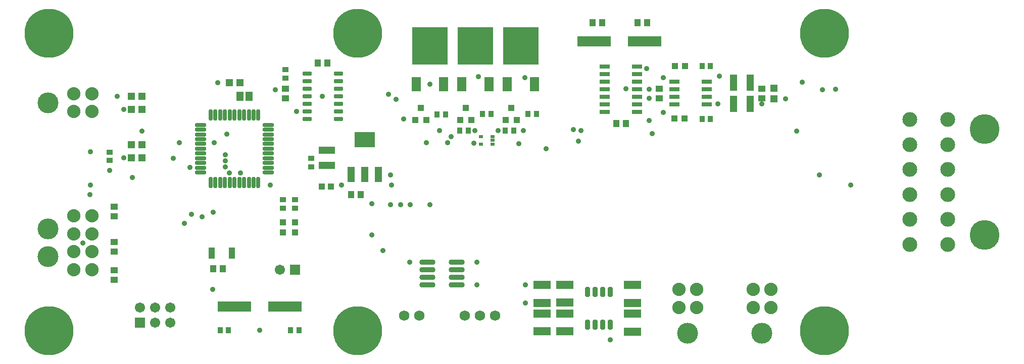
<source format=gts>
G04*
G04 #@! TF.GenerationSoftware,Altium Limited,Altium Designer,19.0.15 (446)*
G04*
G04 Layer_Color=8388736*
%FSLAX25Y25*%
%MOIN*%
G70*
G01*
G75*
%ADD23R,0.04343X0.04737*%
%ADD24R,0.04343X0.03556*%
%ADD25R,0.03937X0.03937*%
G04:AMPARAMS|DCode=26|XSize=29.65mil|YSize=57.21mil|CornerRadius=5.95mil|HoleSize=0mil|Usage=FLASHONLY|Rotation=90.000|XOffset=0mil|YOffset=0mil|HoleType=Round|Shape=RoundedRectangle|*
%AMROUNDEDRECTD26*
21,1,0.02965,0.04532,0,0,90.0*
21,1,0.01776,0.05721,0,0,90.0*
1,1,0.01190,0.02266,0.00888*
1,1,0.01190,0.02266,-0.00888*
1,1,0.01190,-0.02266,-0.00888*
1,1,0.01190,-0.02266,0.00888*
%
%ADD26ROUNDEDRECTD26*%
%ADD27R,0.04737X0.04343*%
%ADD28R,0.04540X0.11036*%
%ADD29R,0.11430X0.05328*%
%ADD30R,0.04737X0.10249*%
%ADD31R,0.13792X0.10249*%
%ADD32R,0.11036X0.05131*%
%ADD33R,0.03950X0.03950*%
%ADD34R,0.05131X0.05131*%
%ADD35R,0.22453X0.06706*%
%ADD36R,0.02769X0.02375*%
%ADD37O,0.10642X0.03556*%
G04:AMPARAMS|DCode=38|XSize=31.62mil|YSize=65.09mil|CornerRadius=6.01mil|HoleSize=0mil|Usage=FLASHONLY|Rotation=180.000|XOffset=0mil|YOffset=0mil|HoleType=Round|Shape=RoundedRectangle|*
%AMROUNDEDRECTD38*
21,1,0.03162,0.05307,0,0,180.0*
21,1,0.01961,0.06509,0,0,180.0*
1,1,0.01202,-0.00980,0.02653*
1,1,0.01202,0.00980,0.02653*
1,1,0.01202,0.00980,-0.02653*
1,1,0.01202,-0.00980,-0.02653*
%
%ADD38ROUNDEDRECTD38*%
%ADD39R,0.03556X0.04343*%
%ADD40R,0.06300X0.09800*%
%ADD41R,0.23202X0.25131*%
%ADD42R,0.03950X0.04343*%
%ADD43R,0.05131X0.05131*%
%ADD44O,0.07690X0.02965*%
%ADD45O,0.02965X0.07690*%
%ADD46R,0.03950X0.07493*%
%ADD47R,0.04698X0.06272*%
%ADD48R,0.22453X0.06706*%
%ADD49R,0.06902X0.03162*%
%ADD50R,0.06706X0.03162*%
%ADD51R,0.03937X0.03937*%
%ADD52C,0.13811*%
%ADD53C,0.08800*%
%ADD54C,0.06800*%
%ADD55C,0.19685*%
%ADD56C,0.09800*%
%ADD57R,0.06706X0.06706*%
%ADD58C,0.06706*%
%ADD59C,0.32300*%
%ADD60C,0.03556*%
D23*
X203835Y201500D02*
D03*
X197535D02*
D03*
X219535Y114500D02*
D03*
X225835D02*
D03*
X134835Y65523D02*
D03*
X128535D02*
D03*
X400835Y161500D02*
D03*
X394535D02*
D03*
X408535Y228311D02*
D03*
X414835D02*
D03*
X379035D02*
D03*
X385335D02*
D03*
D24*
X182685Y111256D02*
D03*
Y105744D02*
D03*
X174685Y111256D02*
D03*
Y105744D02*
D03*
X176185Y191744D02*
D03*
Y197256D02*
D03*
X193185Y133000D02*
D03*
Y138512D02*
D03*
X60185Y142756D02*
D03*
Y137244D02*
D03*
D25*
X182685Y96346D02*
D03*
Y89653D02*
D03*
X174685Y96346D02*
D03*
Y89653D02*
D03*
D26*
X211185Y164500D02*
D03*
Y169500D02*
D03*
Y174500D02*
D03*
Y179500D02*
D03*
Y184500D02*
D03*
Y189500D02*
D03*
Y194500D02*
D03*
X190516Y164500D02*
D03*
Y169500D02*
D03*
Y174500D02*
D03*
Y179500D02*
D03*
Y184500D02*
D03*
Y189500D02*
D03*
Y194500D02*
D03*
D27*
X176185Y178350D02*
D03*
Y184650D02*
D03*
X490492Y184650D02*
D03*
Y178350D02*
D03*
X63185Y83150D02*
D03*
Y76850D02*
D03*
Y64650D02*
D03*
Y58350D02*
D03*
Y100350D02*
D03*
Y106650D02*
D03*
X422992Y184650D02*
D03*
Y178350D02*
D03*
D28*
X483004Y174500D02*
D03*
X471980D02*
D03*
X483004Y188500D02*
D03*
X471980D02*
D03*
D29*
X345685Y43095D02*
D03*
Y54905D02*
D03*
X360531Y43126D02*
D03*
Y54937D02*
D03*
Y24126D02*
D03*
Y35937D02*
D03*
X405185Y43095D02*
D03*
Y54905D02*
D03*
Y24094D02*
D03*
Y35906D02*
D03*
X345685Y24189D02*
D03*
Y36000D02*
D03*
D30*
X219630Y128083D02*
D03*
X228685D02*
D03*
X237740D02*
D03*
D31*
X228685Y150917D02*
D03*
D32*
X203685Y133882D02*
D03*
Y144118D02*
D03*
D33*
X200232Y120000D02*
D03*
X206138D02*
D03*
D34*
X498492Y177957D02*
D03*
Y185043D02*
D03*
D35*
X379953Y215811D02*
D03*
X413417D02*
D03*
D36*
X305445Y147941D02*
D03*
Y153059D02*
D03*
X312925D02*
D03*
Y150500D02*
D03*
Y147941D02*
D03*
D37*
X270039Y70000D02*
D03*
Y65000D02*
D03*
Y60000D02*
D03*
Y55000D02*
D03*
X289331Y70000D02*
D03*
Y65000D02*
D03*
Y60000D02*
D03*
Y55000D02*
D03*
D38*
X390685Y50228D02*
D03*
X385685D02*
D03*
X380685D02*
D03*
X375685D02*
D03*
X390685Y28772D02*
D03*
X385685D02*
D03*
X380685D02*
D03*
X375685D02*
D03*
D39*
X336429Y168000D02*
D03*
X341941D02*
D03*
X326941Y157000D02*
D03*
X321429D02*
D03*
X306429Y168000D02*
D03*
X311941D02*
D03*
X296941Y157000D02*
D03*
X291429D02*
D03*
X179673Y25000D02*
D03*
X185185D02*
D03*
X138685D02*
D03*
X133173D02*
D03*
X276429Y167500D02*
D03*
X281941D02*
D03*
X451236Y164500D02*
D03*
X456748D02*
D03*
X451236Y199500D02*
D03*
X456748D02*
D03*
D40*
X322709Y187524D02*
D03*
X340661D02*
D03*
X292709D02*
D03*
X310661D02*
D03*
X262709D02*
D03*
X280661D02*
D03*
D41*
X331685Y212858D02*
D03*
X301685D02*
D03*
X271685D02*
D03*
D42*
X321533Y164063D02*
D03*
X329014D02*
D03*
X325274Y171937D02*
D03*
X291533Y164063D02*
D03*
X299014D02*
D03*
X295274Y171937D02*
D03*
X261945Y164063D02*
D03*
X269425D02*
D03*
X265685Y171937D02*
D03*
D43*
X74642Y147500D02*
D03*
X81728D02*
D03*
X81728Y139000D02*
D03*
X74642D02*
D03*
X74642Y179500D02*
D03*
X81728D02*
D03*
X81728Y171000D02*
D03*
X74642D02*
D03*
X139142Y188500D02*
D03*
X146228D02*
D03*
D44*
X120441Y129252D02*
D03*
Y132402D02*
D03*
Y135551D02*
D03*
Y138701D02*
D03*
Y141850D02*
D03*
Y145000D02*
D03*
Y148150D02*
D03*
Y151299D02*
D03*
Y154449D02*
D03*
Y157598D02*
D03*
Y160748D02*
D03*
X164929D02*
D03*
Y157598D02*
D03*
Y154449D02*
D03*
Y151299D02*
D03*
Y148150D02*
D03*
Y145000D02*
D03*
Y141850D02*
D03*
Y138701D02*
D03*
Y135551D02*
D03*
Y132402D02*
D03*
Y129252D02*
D03*
D45*
X126937Y167244D02*
D03*
X130087D02*
D03*
X133236D02*
D03*
X136386D02*
D03*
X139535D02*
D03*
X142685D02*
D03*
X145835D02*
D03*
X148984D02*
D03*
X152134D02*
D03*
X155283D02*
D03*
X158433D02*
D03*
Y122756D02*
D03*
X155283D02*
D03*
X152134D02*
D03*
X148984D02*
D03*
X145835D02*
D03*
X142685D02*
D03*
X139535D02*
D03*
X136386D02*
D03*
X133236D02*
D03*
X130087D02*
D03*
X126937D02*
D03*
D46*
X140878Y76000D02*
D03*
X127492D02*
D03*
D47*
X146213Y179500D02*
D03*
X152157D02*
D03*
D48*
X142453Y40500D02*
D03*
X175917D02*
D03*
D49*
X454185Y174311D02*
D03*
Y179311D02*
D03*
Y184311D02*
D03*
Y189311D02*
D03*
X432925Y174311D02*
D03*
Y179311D02*
D03*
Y184311D02*
D03*
Y189311D02*
D03*
D50*
X386925Y199311D02*
D03*
Y194311D02*
D03*
Y189311D02*
D03*
Y184311D02*
D03*
Y179311D02*
D03*
Y174311D02*
D03*
Y169311D02*
D03*
X408185Y199311D02*
D03*
Y194311D02*
D03*
Y189311D02*
D03*
Y184311D02*
D03*
Y179311D02*
D03*
Y174311D02*
D03*
Y169311D02*
D03*
D51*
X439685Y165000D02*
D03*
X432992D02*
D03*
X439839Y199500D02*
D03*
X433146D02*
D03*
D52*
X19685Y92004D02*
D03*
Y73500D02*
D03*
X490685Y23000D02*
D03*
X19685Y175406D02*
D03*
X441685Y23000D02*
D03*
D53*
X48504Y100469D02*
D03*
X36685D02*
D03*
X48504Y65035D02*
D03*
X36685D02*
D03*
Y76846D02*
D03*
Y88657D02*
D03*
X48504Y76846D02*
D03*
Y88657D02*
D03*
X496591Y40000D02*
D03*
X484780D02*
D03*
X496591Y51819D02*
D03*
X484780D02*
D03*
X36685Y169500D02*
D03*
Y181311D02*
D03*
X48504Y169500D02*
D03*
Y181311D02*
D03*
X447590Y40000D02*
D03*
X435779D02*
D03*
X447590Y51819D02*
D03*
X435779D02*
D03*
D54*
X294685Y34500D02*
D03*
X304685D02*
D03*
X314685D02*
D03*
X264685D02*
D03*
X254685D02*
D03*
D55*
X637685Y158000D02*
D03*
Y88000D02*
D03*
D56*
X588185Y164250D02*
D03*
Y147750D02*
D03*
Y131250D02*
D03*
Y114750D02*
D03*
Y98250D02*
D03*
Y81750D02*
D03*
X613185Y164250D02*
D03*
Y147750D02*
D03*
Y131250D02*
D03*
Y114750D02*
D03*
Y98250D02*
D03*
Y81750D02*
D03*
D57*
X182685Y65000D02*
D03*
X80185Y30000D02*
D03*
D58*
X172685Y65000D02*
D03*
X80185Y40000D02*
D03*
X90185Y30000D02*
D03*
Y40000D02*
D03*
X100185Y30000D02*
D03*
Y40000D02*
D03*
D59*
X531996Y24500D02*
D03*
X223925D02*
D03*
X20185D02*
D03*
X531996Y221350D02*
D03*
X223925D02*
D03*
X20185D02*
D03*
D60*
X233185Y88000D02*
D03*
X271685Y108000D02*
D03*
X258685D02*
D03*
X114185Y101500D02*
D03*
X416185Y163500D02*
D03*
X418185Y155000D02*
D03*
X416185Y184189D02*
D03*
X530573Y184000D02*
D03*
X517185Y189000D02*
D03*
X539185Y184189D02*
D03*
X136685Y137000D02*
D03*
Y141000D02*
D03*
X348185Y145000D02*
D03*
X139185Y129000D02*
D03*
X146685D02*
D03*
X136685Y133000D02*
D03*
X244374Y181000D02*
D03*
X249185Y177500D02*
D03*
X200685Y179500D02*
D03*
X169685Y184000D02*
D03*
X131685Y188500D02*
D03*
X183685Y169500D02*
D03*
X137685Y154500D02*
D03*
X334185Y192000D02*
D03*
X303685Y192500D02*
D03*
X271685Y187500D02*
D03*
X166185Y121000D02*
D03*
X506185Y177957D02*
D03*
X513685Y156500D02*
D03*
X462661Y193000D02*
D03*
X490685Y174500D02*
D03*
X528573Y127500D02*
D03*
X245685D02*
D03*
X300685Y148500D02*
D03*
X330185Y148150D02*
D03*
X129185Y148799D02*
D03*
X416185Y178350D02*
D03*
X109685Y95500D02*
D03*
X106185Y148799D02*
D03*
X102185Y138500D02*
D03*
X240685Y77500D02*
D03*
X301185Y157000D02*
D03*
X283185Y149000D02*
D03*
X278023Y157000D02*
D03*
X285685Y153000D02*
D03*
X69685Y171000D02*
D03*
Y139000D02*
D03*
X369685Y150114D02*
D03*
X371185Y157000D02*
D03*
X366185Y157500D02*
D03*
X269185Y149000D02*
D03*
X258185Y70000D02*
D03*
X113185Y132500D02*
D03*
X159185Y25000D02*
D03*
X128185Y51819D02*
D03*
X252185Y108000D02*
D03*
X246185Y121000D02*
D03*
X245685Y108000D02*
D03*
X233185Y108500D02*
D03*
X42685Y82500D02*
D03*
X47685Y143000D02*
D03*
X213185Y121000D02*
D03*
X549185D02*
D03*
X75185Y126000D02*
D03*
X47560Y121000D02*
D03*
X47310Y114500D02*
D03*
X254185Y164500D02*
D03*
X81685Y156500D02*
D03*
X65185Y179500D02*
D03*
X60185Y130500D02*
D03*
X316685Y157000D02*
D03*
X333185D02*
D03*
X121185Y100000D02*
D03*
X128685Y103000D02*
D03*
X414685Y198000D02*
D03*
X400835Y184500D02*
D03*
X425685Y192000D02*
D03*
Y169000D02*
D03*
X461685Y174500D02*
D03*
X302685Y70000D02*
D03*
X390685Y18500D02*
D03*
X334685Y55000D02*
D03*
Y43116D02*
D03*
X302685Y55000D02*
D03*
M02*

</source>
